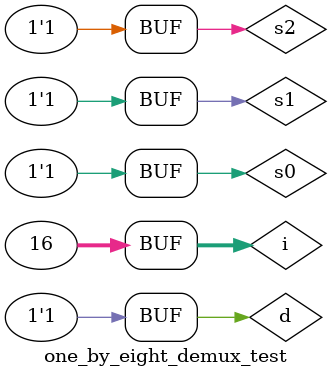
<source format=v>
module one_by_eight_demux_test;
	reg s0, s1, s2, d;
	wire y0, y1, y2, y3, y4, y5, y6, y7;

	one_by_eight_demux gate1 (d, s0, s1, s2, y0, y1, y2, y3, y4, y5, y6, y7);
	integer i;
	initial begin
		for (i = 0; i < 16; i = i + 1) 
			begin
				{s0, s1, s2, d} = i;
				#20;
			end
		end
endmodule

</source>
